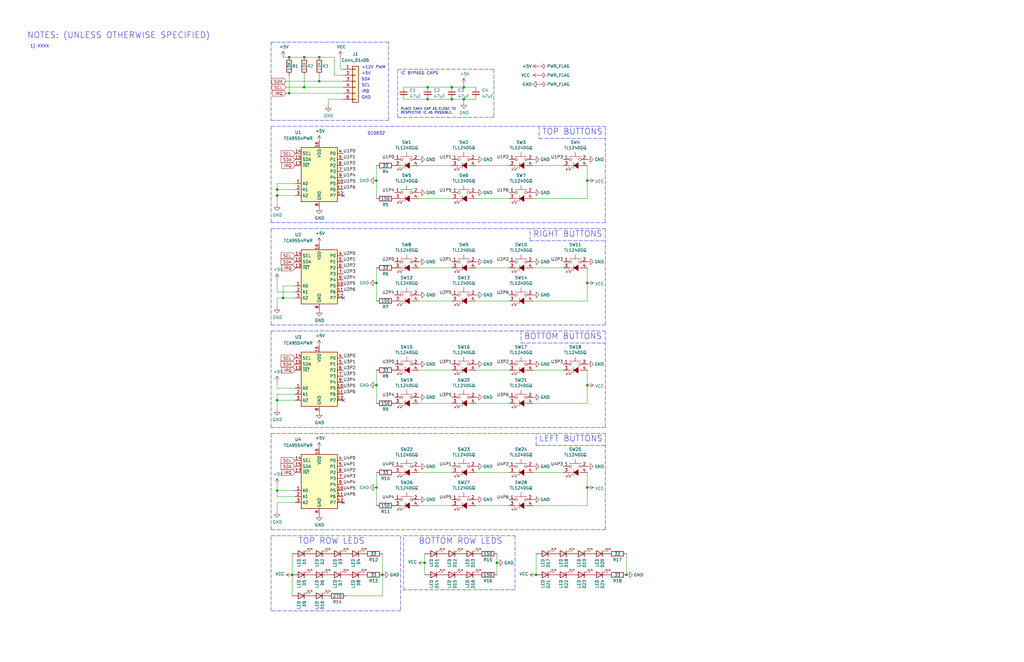
<source format=kicad_sch>
(kicad_sch (version 20211123) (generator eeschema)
  (paper "B")
  (title_block (title "AMPCD BUTTON BOARD") (date "2021-08-21") (rev "1") (company "OPENHORNET.COM") (comment 1 "CC BY-NC-SA"))
  (junction (at 190.5 41.91))
  (junction (at 190.5 36.83))
  (junction (at 209.55 237.49))
  (junction (at 195.58 36.83))
  (junction (at 121.92 24.13))
  (junction (at 195.58 41.91))
  (junction (at 116.84 207.01))
  (junction (at 247.65 205.74))
  (junction (at 158.75 205.74))
  (junction (at 158.75 76.2))
  (junction (at 128.27 36.83))
  (junction (at 180.34 36.83))
  (junction (at 158.75 162.56))
  (junction (at 180.34 41.91))
  (junction (at 161.29 242.57))
  (junction (at 179.07 237.49))
  (junction (at 158.75 119.38))
  (junction (at 134.62 34.29))
  (junction (at 264.16 242.57))
  (junction (at 116.84 168.91))
  (junction (at 128.27 24.13))
  (junction (at 226.06 242.57))
  (junction (at 116.84 80.01))
  (junction (at 119.38 125.73))
  (junction (at 121.92 39.37))
  (junction (at 247.65 119.38))
  (junction (at 134.62 24.13))
  (junction (at 247.65 76.2))
  (junction (at 123.19 242.57))
  (junction (at 116.84 82.55))
  (junction (at 247.65 162.56))
  (no_connect (at 144.78 168.91))
  (no_connect (at 144.78 125.73))
  (no_connect (at 144.78 82.55))
  (no_connect (at 144.78 212.09))
  (wire (pts (xy 176.53 199.39) (xy 190.5 199.39)))
  (wire (pts (xy 179.07 237.49) (xy 179.07 242.57)))
  (wire (pts (xy 190.5 170.18) (xy 176.53 170.18)))
  (wire (pts (xy 161.29 233.68) (xy 161.29 242.57)))
  (polyline (pts (xy 168.91 257.81) (xy 114.3 257.81)))
  (polyline (pts (xy 163.83 17.78) (xy 114.3 17.78)))
  (wire (pts (xy 116.84 125.73) (xy 116.84 129.54)))
  (polyline (pts (xy 170.18 248.92) (xy 170.18 226.06)))
  (wire (pts (xy 161.29 251.46) (xy 146.05 251.46)))
  (wire (pts (xy 124.46 166.37) (xy 116.84 166.37)))
  (polyline (pts (xy 217.17 226.06) (xy 217.17 248.92)))
  (wire (pts (xy 247.65 76.2) (xy 247.65 83.82)))
  (wire (pts (xy 158.75 205.74) (xy 158.75 213.36)))
  (wire (pts (xy 158.75 76.2) (xy 158.75 83.82)))
  (wire (pts (xy 195.58 36.83) (xy 200.66 36.83)))
  (wire (pts (xy 124.46 77.47) (xy 116.84 77.47)))
  (polyline (pts (xy 114.3 182.88) (xy 255.27 182.88)))
  (polyline (pts (xy 226.06 187.96) (xy 226.06 182.88)))
  (wire (pts (xy 134.62 34.29) (xy 120.65 34.29)))
  (wire (pts (xy 121.92 24.13) (xy 128.27 24.13)))
  (wire (pts (xy 200.66 156.21) (xy 214.63 156.21)))
  (polyline (pts (xy 114.3 223.52) (xy 114.3 182.88)))
  (wire (pts (xy 200.66 213.36) (xy 214.63 213.36)))
  (wire (pts (xy 224.79 170.18) (xy 247.65 170.18)))
  (wire (pts (xy 200.66 170.18) (xy 214.63 170.18)))
  (polyline (pts (xy 114.3 137.16) (xy 114.3 96.52)))
  (wire (pts (xy 224.79 113.03) (xy 237.49 113.03)))
  (wire (pts (xy 143.51 24.13) (xy 143.51 29.21)))
  (polyline (pts (xy 208.28 29.21) (xy 208.28 49.53)))
  (polyline (pts (xy 167.64 29.21) (xy 208.28 29.21)))
  (wire (pts (xy 190.5 213.36) (xy 176.53 213.36)))
  (wire (pts (xy 116.84 166.37) (xy 116.84 168.91)))
  (wire (pts (xy 124.46 82.55) (xy 116.84 82.55)))
  (wire (pts (xy 134.62 34.29) (xy 144.78 34.29)))
  (wire (pts (xy 116.84 212.09) (xy 116.84 215.9)))
  (wire (pts (xy 144.78 29.21) (xy 143.51 29.21)))
  (wire (pts (xy 247.65 170.18) (xy 247.65 162.56)))
  (wire (pts (xy 195.58 41.91) (xy 200.66 41.91)))
  (wire (pts (xy 134.62 34.29) (xy 134.62 31.75)))
  (wire (pts (xy 158.75 69.85) (xy 158.75 76.2)))
  (wire (pts (xy 119.38 24.13) (xy 121.92 24.13)))
  (wire (pts (xy 224.79 213.36) (xy 247.65 213.36)))
  (polyline (pts (xy 255.27 53.34) (xy 255.27 93.98)))
  (polyline (pts (xy 219.71 139.7) (xy 219.71 144.78)))
  (polyline (pts (xy 255.27 182.88) (xy 255.27 223.52)))
  (wire (pts (xy 121.92 39.37) (xy 144.78 39.37)))
  (wire (pts (xy 176.53 83.82) (xy 190.5 83.82)))
  (wire (pts (xy 247.65 69.85) (xy 247.65 76.2)))
  (polyline (pts (xy 114.3 180.34) (xy 114.3 139.7)))
  (wire (pts (xy 224.79 83.82) (xy 247.65 83.82)))
  (wire (pts (xy 124.46 80.01) (xy 116.84 80.01)))
  (wire (pts (xy 180.34 41.91) (xy 190.5 41.91)))
  (wire (pts (xy 123.19 242.57) (xy 123.19 251.46)))
  (polyline (pts (xy 255.27 96.52) (xy 255.27 137.16)))
  (wire (pts (xy 195.58 35.56) (xy 195.58 36.83)))
  (wire (pts (xy 200.66 199.39) (xy 214.63 199.39)))
  (wire (pts (xy 247.65 162.56) (xy 247.65 156.21)))
  (wire (pts (xy 176.53 156.21) (xy 190.5 156.21)))
  (polyline (pts (xy 114.3 96.52) (xy 255.27 96.52)))
  (wire (pts (xy 124.46 125.73) (xy 119.38 125.73)))
  (polyline (pts (xy 114.3 139.7) (xy 255.27 139.7)))
  (wire (pts (xy 224.79 69.85) (xy 237.49 69.85)))
  (wire (pts (xy 158.75 156.21) (xy 158.75 162.56)))
  (wire (pts (xy 237.49 199.39) (xy 224.79 199.39)))
  (polyline (pts (xy 170.18 226.06) (xy 217.17 226.06)))
  (wire (pts (xy 190.5 127) (xy 176.53 127)))
  (wire (pts (xy 124.46 163.83) (xy 116.84 163.83)))
  (wire (pts (xy 264.16 233.68) (xy 264.16 242.57)))
  (wire (pts (xy 121.92 31.75) (xy 121.92 39.37)))
  (polyline (pts (xy 167.64 49.53) (xy 167.64 29.21)))
  (polyline (pts (xy 223.52 101.6) (xy 223.52 96.52)))
  (wire (pts (xy 176.53 113.03) (xy 190.5 113.03)))
  (polyline (pts (xy 168.91 226.06) (xy 168.91 257.81)))
  (wire (pts (xy 247.65 113.03) (xy 247.65 119.38)))
  (wire (pts (xy 116.84 82.55) (xy 116.84 86.36)))
  (wire (pts (xy 128.27 36.83) (xy 144.78 36.83)))
  (polyline (pts (xy 208.28 49.53) (xy 167.64 49.53)))
  (polyline (pts (xy 219.71 144.78) (xy 255.27 144.78)))
  (wire (pts (xy 123.19 242.57) (xy 123.19 233.68)))
  (wire (pts (xy 124.46 168.91) (xy 116.84 168.91)))
  (polyline (pts (xy 255.27 93.98) (xy 114.3 93.98)))
  (wire (pts (xy 170.18 41.91) (xy 180.34 41.91)))
  (wire (pts (xy 190.5 36.83) (xy 195.58 36.83)))
  (polyline (pts (xy 114.3 180.34) (xy 255.27 180.34)))
  (polyline (pts (xy 255.27 139.7) (xy 255.27 180.34)))
  (wire (pts (xy 128.27 24.13) (xy 134.62 24.13)))
  (wire (pts (xy 128.27 31.75) (xy 128.27 36.83)))
  (wire (pts (xy 134.62 24.13) (xy 140.97 24.13)))
  (polyline (pts (xy 114.3 257.81) (xy 114.3 226.06)))
  (polyline (pts (xy 114.3 50.8) (xy 163.83 50.8)))
  (wire (pts (xy 214.63 127) (xy 200.66 127)))
  (wire (pts (xy 190.5 69.85) (xy 176.53 69.85)))
  (wire (pts (xy 124.46 123.19) (xy 116.84 123.19)))
  (wire (pts (xy 190.5 41.91) (xy 195.58 41.91)))
  (wire (pts (xy 121.92 39.37) (xy 120.65 39.37)))
  (polyline (pts (xy 226.06 187.96) (xy 255.27 187.96)))
  (polyline (pts (xy 114.3 137.16) (xy 255.27 137.16)))
  (wire (pts (xy 200.66 83.82) (xy 214.63 83.82)))
  (polyline (pts (xy 114.3 226.06) (xy 168.91 226.06)))
  (polyline (pts (xy 227.33 58.42) (xy 255.27 58.42)))
  (wire (pts (xy 116.84 163.83) (xy 116.84 161.29)))
  (wire (pts (xy 144.78 31.75) (xy 140.97 31.75)))
  (wire (pts (xy 158.75 119.38) (xy 158.75 127)))
  (wire (pts (xy 119.38 120.65) (xy 119.38 125.73)))
  (wire (pts (xy 224.79 127) (xy 247.65 127)))
  (wire (pts (xy 119.38 125.73) (xy 116.84 125.73)))
  (polyline (pts (xy 114.3 53.34) (xy 255.27 53.34)))
  (wire (pts (xy 116.84 168.91) (xy 116.84 172.72)))
  (polyline (pts (xy 114.3 17.78) (xy 114.3 50.8)))
  (wire (pts (xy 116.84 123.19) (xy 116.84 118.11)))
  (wire (pts (xy 224.79 156.21) (xy 237.49 156.21)))
  (wire (pts (xy 158.75 162.56) (xy 158.75 170.18)))
  (wire (pts (xy 209.55 233.68) (xy 209.55 237.49)))
  (wire (pts (xy 226.06 242.57) (xy 226.06 233.68)))
  (wire (pts (xy 247.65 205.74) (xy 247.65 199.39)))
  (wire (pts (xy 124.46 207.01) (xy 116.84 207.01)))
  (wire (pts (xy 128.27 36.83) (xy 120.65 36.83)))
  (wire (pts (xy 116.84 80.01) (xy 116.84 82.55)))
  (wire (pts (xy 124.46 120.65) (xy 119.38 120.65)))
  (wire (pts (xy 170.18 36.83) (xy 180.34 36.83)))
  (wire (pts (xy 200.66 113.03) (xy 214.63 113.03)))
  (wire (pts (xy 158.75 199.39) (xy 158.75 205.74)))
  (polyline (pts (xy 163.83 50.8) (xy 163.83 17.78)))
  (polyline (pts (xy 217.17 248.92) (xy 170.18 248.92)))
  (wire (pts (xy 138.43 41.91) (xy 144.78 41.91)))
  (polyline (pts (xy 223.52 101.6) (xy 255.27 101.6)))
  (wire (pts (xy 247.65 213.36) (xy 247.65 205.74)))
  (wire (pts (xy 124.46 209.55) (xy 116.84 209.55)))
  (wire (pts (xy 195.58 43.18) (xy 195.58 41.91)))
  (wire (pts (xy 140.97 24.13) (xy 140.97 31.75)))
  (polyline (pts (xy 227.33 53.34) (xy 227.33 58.42)))
  (wire (pts (xy 116.84 207.01) (xy 116.84 204.47)))
  (polyline (pts (xy 114.3 223.52) (xy 255.27 223.52)))
  (polyline (pts (xy 114.3 93.98) (xy 114.3 53.34)))
  (wire (pts (xy 247.65 119.38) (xy 247.65 127)))
  (wire (pts (xy 179.07 233.68) (xy 179.07 237.49)))
  (wire (pts (xy 161.29 242.57) (xy 161.29 251.46)))
  (wire (pts (xy 116.84 209.55) (xy 116.84 207.01)))
  (wire (pts (xy 138.43 41.91) (xy 138.43 44.45)))
  (wire (pts (xy 180.34 36.83) (xy 190.5 36.83)))
  (wire (pts (xy 158.75 113.03) (xy 158.75 119.38)))
  (wire (pts (xy 209.55 237.49) (xy 209.55 242.57)))
  (wire (pts (xy 124.46 212.09) (xy 116.84 212.09)))
  (wire (pts (xy 116.84 77.47) (xy 116.84 80.01)))
  (wire (pts (xy 214.63 69.85) (xy 200.66 69.85)))
  (text "TOP BUTTONS" (at 228.6 57.15 0) (effects (font (size 2.4892 2.4892)) (justify left bottom)))
  (text "SDA" (at 152.4 34.29 0) (effects (font (size 1.2446 1.2446)) (justify left bottom)))
  (text "IC BYPASS CAPS" (at 168.91 31.75 0) (effects (font (size 1.27 1.27)) (justify left bottom)))
  (text "1) XXXX" (at 12.7 20.32 0) (effects (font (size 1.27 1.27)) (justify left bottom)))
  (text "PLACE EACH CAP AS CLOSE TO \nRESPECTIVE IC AS POSSIBLE." (at 168.91 48.26 0) (effects (font (size 0.9906 0.9906)) (justify left bottom)))
  (text "+5V" (at 152.4 31.75 0) (effects (font (size 1.2446 1.2446)) (justify left bottom)))
  (text "NOTES: (UNLESS OTHERWISE SPECIFIED)" (at 11.43 16.51 0) (effects (font (size 2.54 2.54)) (justify left bottom)))
  (text "IRQ" (at 152.4 39.37 0) (effects (font (size 1.2446 1.2446)) (justify left bottom)))
  (text "TOP ROW LEDS" (at 125.73 229.87 0) (effects (font (size 2.4892 2.4892)) (justify left bottom)))
  (text "RIGHT BUTTONS" (at 224.79 100.33 0) (effects (font (size 2.4892 2.4892)) (justify left bottom)))
  (text "010032" (at 154.94 57.15 0) (effects (font (size 1.27 1.27)) (justify left bottom)))
  (text "BOTTOM BUTTONS" (at 220.98 143.51 0) (effects (font (size 2.4892 2.4892)) (justify left bottom)))
  (text "SCL" (at 152.4 36.83 0) (effects (font (size 1.2446 1.2446)) (justify left bottom)))
  (text "BOTTOM ROW LEDS" (at 176.53 229.87 0) (effects (font (size 2.4892 2.4892)) (justify left bottom)))
  (text "GND" (at 152.4 41.91 0) (effects (font (size 1.2446 1.2446)) (justify left bottom)))
  (text "+12V PWM" (at 152.4 29.21 0) (effects (font (size 1.2446 1.2446)) (justify left bottom)))
  (text "LEFT BUTTONS" (at 227.33 186.69 0) (effects (font (size 2.4892 2.4892)) (justify left bottom)))
  (label "U4P3" (at 237.49 196.85 180))
  (label "U2P6" (at 214.63 124.46 180))
  (label "U4P1" (at 190.5 196.85 180))
  (label "U2P5" (at 144.78 120.65 0))
  (label "U4P3" (at 144.78 201.93 0))
  (label "U4P6" (at 144.78 209.55 0))
  (label "U3P4" (at 144.78 161.29 0))
  (label "U2P4" (at 166.37 124.46 180))
  (label "U3P2" (at 214.63 153.67 180))
  (label "U2P1" (at 190.5 110.49 180))
  (label "U4P2" (at 214.63 196.85 180))
  (label "U1P6" (at 214.63 81.28 180))
  (label "U1P1" (at 190.5 67.31 180))
  (label "U1P3" (at 237.49 67.31 180))
  (label "U3P1" (at 144.78 153.67 0))
  (label "U2P0" (at 144.78 107.95 0))
  (label "U4P6" (at 214.63 210.82 180))
  (label "U1P2" (at 144.78 69.85 0))
  (label "U3P2" (at 144.78 156.21 0))
  (label "U1P0" (at 166.37 67.31 180))
  (label "U1P6" (at 144.78 80.01 0))
  (label "U4P4" (at 144.78 204.47 0))
  (label "U2P1" (at 144.78 110.49 0))
  (label "U4P0" (at 166.37 196.85 180))
  (label "U3P1" (at 190.5 153.67 180))
  (label "U1P2" (at 214.63 67.31 180))
  (label "U3P6" (at 144.78 166.37 0))
  (label "U3P5" (at 190.5 167.64 180))
  (label "U4P1" (at 144.78 196.85 0))
  (label "U1P4" (at 144.78 74.93 0))
  (label "U4P5" (at 144.78 207.01 0))
  (label "U3P6" (at 214.63 167.64 180))
  (label "U1P5" (at 144.78 77.47 0))
  (label "U2P5" (at 190.5 124.46 180))
  (label "U1P3" (at 144.78 72.39 0))
  (label "U1P4" (at 166.37 81.28 180))
  (label "U2P2" (at 144.78 113.03 0))
  (label "U4P4" (at 166.37 210.82 180))
  (label "U2P3" (at 237.49 110.49 180))
  (label "U4P5" (at 190.5 210.82 180))
  (label "U3P3" (at 144.78 158.75 0))
  (label "U1P1" (at 144.78 67.31 0))
  (label "U3P0" (at 166.37 153.67 180))
  (label "U4P0" (at 144.78 194.31 0))
  (label "U2P3" (at 144.78 115.57 0))
  (label "U3P4" (at 166.37 167.64 180))
  (label "U2P6" (at 144.78 123.19 0))
  (label "U1P5" (at 190.5 81.28 180))
  (label "U3P5" (at 144.78 163.83 0))
  (label "U1P0" (at 144.78 64.77 0))
  (label "U2P0" (at 166.37 110.49 180))
  (label "U3P3" (at 237.49 153.67 180))
  (label "U2P2" (at 214.63 110.49 180))
  (label "U4P2" (at 144.78 199.39 0))
  (label "U2P4" (at 144.78 118.11 0))
  (label "U3P0" (at 144.78 151.13 0))
  (global_label "SCL" (shape input) (at 124.46 107.95 180) (property "Intersheet References" "${INTERSHEET_REFS}" (effects hide)))
  (global_label "IRQ" (shape input) (at 124.46 199.39 180) (property "Intersheet References" "${INTERSHEET_REFS}" (effects hide)))
  (global_label "IRQ" (shape input) (at 124.46 156.21 180) (property "Intersheet References" "${INTERSHEET_REFS}" (effects hide)))
  (global_label "SCL" (shape input) (at 124.46 194.31 180) (property "Intersheet References" "${INTERSHEET_REFS}" (effects hide)))
  (global_label "SCL" (shape input) (at 120.65 36.83 180) (property "Intersheet References" "${INTERSHEET_REFS}" (effects hide)))
  (global_label "SDA" (shape input) (at 124.46 153.67 180) (property "Intersheet References" "${INTERSHEET_REFS}" (effects hide)))
  (global_label "SDA" (shape input) (at 124.46 196.85 180) (property "Intersheet References" "${INTERSHEET_REFS}" (effects hide)))
  (global_label "SCL" (shape input) (at 124.46 151.13 180) (property "Intersheet References" "${INTERSHEET_REFS}" (effects hide)))
  (global_label "SDA" (shape input) (at 120.65 34.29 180) (property "Intersheet References" "${INTERSHEET_REFS}" (effects hide)))
  (global_label "SCL" (shape input) (at 124.46 64.77 180) (property "Intersheet References" "${INTERSHEET_REFS}" (effects hide)))
  (global_label "IRQ" (shape input) (at 124.46 113.03 180) (property "Intersheet References" "${INTERSHEET_REFS}" (effects hide)))
  (global_label "IRQ" (shape input) (at 120.65 39.37 180) (property "Intersheet References" "${INTERSHEET_REFS}" (effects hide)))
  (global_label "SDA" (shape input) (at 124.46 110.49 180) (property "Intersheet References" "${INTERSHEET_REFS}" (effects hide)))
  (global_label "SDA" (shape input) (at 124.46 67.31 180) (property "Intersheet References" "${INTERSHEET_REFS}" (effects hide)))
  (global_label "IRQ" (shape input) (at 124.46 69.85 180) (property "Intersheet References" "${INTERSHEET_REFS}" (effects hide)))
  (symbol (lib_id "Interface_Expansion:TCA9554PW") (at 134.62 72.39 0) (unit 1)
    (property "Reference" "U1" (at 125.73 55.88 0))
    (property "Value" "TCA9554PWR" (at 125.73 58.42 0))
    (property "Footprint" "Package_SO:TSSOP-16_4.4x5mm_P0.65mm" (effects hide))
    (property "Datasheet" "https://datasheet.lcsc.com/szlcsc/2001050532_Texas-Instruments-TCA9554PWR_C477924.pdf" (effects hide))
    (property "LCSC" "C477924" (effects hide))
  )
  (symbol (lib_id "power:GND") (at 134.62 87.63 0) (unit 1)
    (property "Reference" "#PWR015" (effects hide))
    (property "Value" "GND" (at 134.747 92.0242 0))
  )
  (symbol (lib_id "power:+5V") (at 134.62 59.69 0) (unit 1)
    (property "Reference" "#PWR06" (effects hide))
    (property "Value" "+5V" (at 135.001 55.2958 0))
  )
  (symbol (lib_id "power:GND") (at 116.84 86.36 0) (unit 1)
    (property "Reference" "#PWR014" (effects hide))
    (property "Value" "GND" (at 116.967 90.7542 0))
  )
  (symbol (lib_id "power:GND") (at 134.62 130.81 0) (unit 1)
    (property "Reference" "#PWR026" (effects hide))
    (property "Value" "GND" (at 134.747 135.2042 0))
  )
  (symbol (lib_id "power:+5V") (at 134.62 102.87 0) (unit 1)
    (property "Reference" "#PWR016" (effects hide))
    (property "Value" "+5V" (at 135.001 98.4758 0))
  )
  (symbol (lib_id "power:+5V") (at 116.84 118.11 0) (unit 1)
    (property "Reference" "#PWR020" (effects hide))
    (property "Value" "+5V" (at 117.221 113.7158 0))
  )
  (symbol (lib_id "power:GND") (at 116.84 129.54 0) (unit 1)
    (property "Reference" "#PWR025" (effects hide))
    (property "Value" "GND" (at 116.967 133.9342 0))
  )
  (symbol (lib_id "power:GND") (at 134.62 173.99 0) (unit 1)
    (property "Reference" "#PWR037" (effects hide))
    (property "Value" "GND" (at 134.747 178.3842 0))
  )
  (symbol (lib_id "power:+5V") (at 134.62 146.05 0) (unit 1)
    (property "Reference" "#PWR027" (effects hide))
    (property "Value" "+5V" (at 135.001 141.6558 0))
  )
  (symbol (lib_id "power:+5V") (at 116.84 161.29 0) (unit 1)
    (property "Reference" "#PWR031" (effects hide))
    (property "Value" "+5V" (at 117.221 156.8958 0))
  )
  (symbol (lib_id "power:GND") (at 116.84 172.72 0) (unit 1)
    (property "Reference" "#PWR036" (effects hide))
    (property "Value" "GND" (at 116.967 177.1142 0))
  )
  (symbol (lib_id "power:GND") (at 134.62 217.17 0) (unit 1)
    (property "Reference" "#PWR048" (effects hide))
    (property "Value" "GND" (at 134.747 221.5642 0))
  )
  (symbol (lib_id "power:+5V") (at 134.62 189.23 0) (unit 1)
    (property "Reference" "#PWR038" (effects hide))
    (property "Value" "+5V" (at 135.001 184.8358 0))
  )
  (symbol (lib_id "power:+5V") (at 116.84 204.47 0) (unit 1)
    (property "Reference" "#PWR042" (effects hide))
    (property "Value" "+5V" (at 117.221 200.0758 0))
  )
  (symbol (lib_id "power:GND") (at 116.84 215.9 0) (unit 1)
    (property "Reference" "#PWR047" (effects hide))
    (property "Value" "GND" (at 116.967 220.2942 0))
  )
  (symbol (lib_id "Device:C_Small") (at 170.18 39.37 0) (unit 1)
    (property "Reference" "C1" (at 172.72 38.1 0) (effects (justify left)))
    (property "Value" "47uF" (at 172.72 40.64 0) (effects (justify left)))
    (property "Footprint" "Capacitor_SMD:C_1206_3216Metric" (effects hide))
    (property "Datasheet" "https://datasheet.lcsc.com/szlcsc/Samsung-Electro-Mechanics-CL31A476MPHNNNE_C96123.pdf" (effects hide))
    (property "PN" "CL31A476MPHNNNE" (effects hide))
    (property "LCSC" "C96123" (effects hide))
  )
  (symbol (lib_id "Interface_Expansion:TCA9554PW") (at 134.62 115.57 0) (unit 1)
    (property "Reference" "U2" (at 125.73 99.06 0))
    (property "Value" "TCA9554PWR" (at 125.73 101.6 0))
    (property "Footprint" "Package_SO:TSSOP-16_4.4x5mm_P0.65mm" (effects hide))
    (property "Datasheet" "https://datasheet.lcsc.com/szlcsc/2001050532_Texas-Instruments-TCA9554PWR_C477924.pdf" (effects hide))
    (property "LCSC" "C477924" (effects hide))
  )
  (symbol (lib_id "Interface_Expansion:TCA9554PW") (at 134.62 201.93 0) (unit 1)
    (property "Reference" "U4" (at 125.73 185.42 0))
    (property "Value" "TCA9554PWR" (at 125.73 187.96 0))
    (property "Footprint" "Package_SO:TSSOP-16_4.4x5mm_P0.65mm" (effects hide))
    (property "Datasheet" "https://datasheet.lcsc.com/szlcsc/2001050532_Texas-Instruments-TCA9554PWR_C477924.pdf" (effects hide))
    (property "LCSC" "C477924" (effects hide))
  )
  (symbol (lib_id "Interface_Expansion:TCA9554PW") (at 134.62 158.75 0) (unit 1)
    (property "Reference" "U3" (at 125.73 142.24 0))
    (property "Value" "TCA9554PWR" (at 125.73 144.78 0))
    (property "Footprint" "Package_SO:TSSOP-16_4.4x5mm_P0.65mm" (effects hide))
    (property "Datasheet" "https://datasheet.lcsc.com/szlcsc/2001050532_Texas-Instruments-TCA9554PWR_C477924.pdf" (effects hide))
    (property "LCSC" "C477924" (effects hide))
  )
  (symbol (lib_id "power:GND") (at 195.58 43.18 0) (unit 1)
    (property "Reference" "#PWR04" (effects hide))
    (property "Value" "GND" (at 195.707 47.5742 0))
  )
  (symbol (lib_id "power:+5V") (at 195.58 35.56 0) (unit 1)
    (property "Reference" "#PWR03" (effects hide))
    (property "Value" "+5V" (at 195.961 31.1658 0))
  )
  (symbol (lib_id "Switch:SW_Push_LED") (at 171.45 69.85 0) (unit 1)
    (property "Reference" "SW1" (at 171.45 60.071 0))
    (property "Value" "TL1240GQ" (at 171.45 62.3824 0))
    (property "Footprint" "KiCAD Libraries:TL1240GQ" (effects hide))
    (property "Datasheet" "http://spec_sheets.e-switch.com/specs/P010362.pdf" (effects hide))
    (property "PN" "TL1240GQ" (effects hide))
    (property "ALT PN" "LS601-CG" (effects hide))
    (property "ALT Datasheet" "https://www.alibaba.com/product-detail/6mm-momentary-dip-6x6-illuminated-tact_60755685240.html?spm=a2700.wholesale.deiletai6.3.3615ec45cdCdkr" (effects hide))
  )
  (symbol (lib_id "Switch:SW_Push_LED") (at 195.58 69.85 0) (unit 1)
    (property "Reference" "SW2" (at 195.58 60.071 0))
    (property "Value" "TL1240GQ" (at 195.58 62.3824 0))
    (property "Footprint" "KiCAD Libraries:TL1240GQ" (effects hide))
    (property "Datasheet" "http://spec_sheets.e-switch.com/specs/P010362.pdf" (effects hide))
    (property "PN" "TL1240GQ" (effects hide))
    (property "ALT PN" "LS601-CG" (effects hide))
    (property "ALT Datasheet" "https://www.alibaba.com/product-detail/6mm-momentary-dip-6x6-illuminated-tact_60755685240.html?spm=a2700.wholesale.deiletai6.3.3615ec45cdCdkr" (effects hide))
  )
  (symbol (lib_id "Switch:SW_Push_LED") (at 219.71 69.85 0) (unit 1)
    (property "Reference" "SW3" (at 219.71 60.071 0))
    (property "Value" "TL1240GQ" (at 219.71 62.3824 0))
    (property "Footprint" "KiCAD Libraries:TL1240GQ" (effects hide))
    (property "Datasheet" "http://spec_sheets.e-switch.com/specs/P010362.pdf" (effects hide))
    (property "PN" "TL1240GQ" (effects hide))
    (property "ALT PN" "LS601-CG" (effects hide))
    (property "ALT Datasheet" "https://www.alibaba.com/product-detail/6mm-momentary-dip-6x6-illuminated-tact_60755685240.html?spm=a2700.wholesale.deiletai6.3.3615ec45cdCdkr" (effects hide))
  )
  (symbol (lib_id "Switch:SW_Push_LED") (at 242.57 69.85 0) (unit 1)
    (property "Reference" "SW4" (at 242.57 60.071 0))
    (property "Value" "TL1240GQ" (at 242.57 62.3824 0))
    (property "Footprint" "KiCAD Libraries:TL1240GQ" (effects hide))
    (property "Datasheet" "http://spec_sheets.e-switch.com/specs/P010362.pdf" (effects hide))
    (property "PN" "TL1240GQ" (effects hide))
    (property "ALT PN" "LS601-CG" (effects hide))
    (property "ALT Datasheet" "https://www.alibaba.com/product-detail/6mm-momentary-dip-6x6-illuminated-tact_60755685240.html?spm=a2700.wholesale.deiletai6.3.3615ec45cdCdkr" (effects hide))
  )
  (symbol (lib_id "power:GND") (at 176.53 67.31 90) (unit 1)
    (property "Reference" "#PWR07" (effects hide))
    (property "Value" "GND" (at 181.61 67.31 90))
  )
  (symbol (lib_id "power:GND") (at 200.66 67.31 90) (unit 1)
    (property "Reference" "#PWR08" (effects hide))
    (property "Value" "GND" (at 205.74 67.31 90))
  )
  (symbol (lib_id "power:GND") (at 224.79 67.31 90) (unit 1)
    (property "Reference" "#PWR09" (effects hide))
    (property "Value" "GND" (at 229.87 67.31 90))
  )
  (symbol (lib_id "power:GND") (at 247.65 67.31 90) (unit 1)
    (property "Reference" "#PWR012" (effects hide))
    (property "Value" "GND" (at 252.73 67.31 90))
  )
  (symbol (lib_id "Switch:SW_Push_LED") (at 171.45 83.82 0) (unit 1)
    (property "Reference" "SW5" (at 171.45 74.041 0))
    (property "Value" "TL1240GQ" (at 171.45 76.3524 0))
    (property "Footprint" "KiCAD Libraries:TL1240GQ" (effects hide))
    (property "Datasheet" "http://spec_sheets.e-switch.com/specs/P010362.pdf" (effects hide))
    (property "PN" "TL1240GQ" (effects hide))
    (property "ALT PN" "LS601-CG" (effects hide))
    (property "ALT Datasheet" "https://www.alibaba.com/product-detail/6mm-momentary-dip-6x6-illuminated-tact_60755685240.html?spm=a2700.wholesale.deiletai6.3.3615ec45cdCdkr" (effects hide))
  )
  (symbol (lib_id "power:GND") (at 176.53 81.28 90) (unit 1)
    (property "Reference" "#PWR013" (effects hide))
    (property "Value" "GND" (at 181.61 81.28 90))
  )
  (symbol (lib_id "power:VCC") (at 247.65 76.2 270) (unit 1)
    (property "Reference" "#PWR011" (effects hide))
    (property "Value" "VCC" (at 250.9012 76.581 90) (effects (justify left)))
  )
  (symbol (lib_id "Device:R") (at 162.56 69.85 90) (unit 1)
    (property "Reference" "R4" (at 162.56 72.39 90))
    (property "Value" "33" (at 162.56 69.85 90))
    (property "Footprint" "Resistor_SMD:R_0402_1005Metric" (effects hide))
    (property "Datasheet" "https://datasheet.lcsc.com/szlcsc/Uniroyal-Elec-0402WGF2001TCE_C4109.pdf" (effects hide))
    (property "LCSC" "C25105" (effects hide))
  )
  (symbol (lib_id "power:GND") (at 158.75 119.38 270) (unit 1)
    (property "Reference" "#PWR021" (effects hide))
    (property "Value" "GND" (at 153.67 119.38 90))
  )
  (symbol (lib_id "power:VCC") (at 247.65 119.38 270) (unit 1)
    (property "Reference" "#PWR022" (effects hide))
    (property "Value" "VCC" (at 250.9012 119.761 90) (effects (justify left)))
  )
  (symbol (lib_id "power:GND") (at 158.75 162.56 270) (unit 1)
    (property "Reference" "#PWR032" (effects hide))
    (property "Value" "GND" (at 153.67 162.56 90))
  )
  (symbol (lib_id "power:VCC") (at 247.65 162.56 270) (unit 1)
    (property "Reference" "#PWR033" (effects hide))
    (property "Value" "VCC" (at 250.9012 162.941 90) (effects (justify left)))
  )
  (symbol (lib_id "power:VCC") (at 247.65 205.74 270) (unit 1)
    (property "Reference" "#PWR044" (effects hide))
    (property "Value" "VCC" (at 250.9012 206.121 90) (effects (justify left)))
  )
  (symbol (lib_id "power:GND") (at 158.75 205.74 270) (unit 1)
    (property "Reference" "#PWR043" (effects hide))
    (property "Value" "GND" (at 153.67 205.74 90))
  )
  (symbol (lib_id "Device:LED") (at 182.88 233.68 180) (unit 1)
    (property "Reference" "D11" (at 184.2262 235.6612 90) (effects (justify left)))
    (property "Value" "LED" (at 181.9148 235.6612 90) (effects (justify left)))
    (property "Footprint" "LED_SMD:LED_0402_1005Metric" (effects hide))
    (property "Datasheet" "https://datasheet.lcsc.com/szlcsc/Foshan-NationStar-Optoelectronics-FC-F1005UGK-520M5_C130723.pdf" (effects hide))
    (property "LCSC" "C130723" (effects hide))
    (property "PN" "FC-F1005UGK-520M5" (effects hide))
  )
  (symbol (lib_id "Device:LED") (at 190.5 233.68 180) (unit 1)
    (property "Reference" "D12" (at 191.8462 235.6612 90) (effects (justify left)))
    (property "Value" "LED" (at 189.5348 235.6612 90) (effects (justify left)))
    (property "Footprint" "LED_SMD:LED_0402_1005Metric" (effects hide))
    (property "Datasheet" "https://datasheet.lcsc.com/szlcsc/Foshan-NationStar-Optoelectronics-FC-F1005UGK-520M5_C130723.pdf" (effects hide))
    (property "LCSC" "C130723" (effects hide))
    (property "PN" "FC-F1005UGK-520M5" (effects hide))
  )
  (symbol (lib_id "Device:LED") (at 198.12 233.68 180) (unit 1)
    (property "Reference" "D13" (at 199.4662 235.6612 90) (effects (justify left)))
    (property "Value" "LED" (at 197.1548 235.6612 90) (effects (justify left)))
    (property "Footprint" "LED_SMD:LED_0402_1005Metric" (effects hide))
    (property "Datasheet" "https://datasheet.lcsc.com/szlcsc/Foshan-NationStar-Optoelectronics-FC-F1005UGK-520M5_C130723.pdf" (effects hide))
    (property "LCSC" "C130723" (effects hide))
    (property "PN" "FC-F1005UGK-520M5" (effects hide))
  )
  (symbol (lib_id "Device:R") (at 205.74 233.68 90) (unit 1)
    (property "Reference" "R15" (at 205.74 236.22 90))
    (property "Value" "150" (at 205.74 233.68 90))
    (property "Footprint" "Resistor_SMD:R_0402_1005Metric" (effects hide))
    (property "Datasheet" "https://datasheet.lcsc.com/szlcsc/Uniroyal-Elec-0402WGF1500TCE_C25082.pdf" (effects hide))
    (property "LCSC" "C25082" (effects hide))
  )
  (symbol (lib_id "Device:LED") (at 182.88 242.57 180) (unit 1)
    (property "Reference" "D14" (at 184.2262 244.5512 90) (effects (justify left)))
    (property "Value" "LED" (at 181.9148 244.5512 90) (effects (justify left)))
    (property "Footprint" "LED_SMD:LED_0402_1005Metric" (effects hide))
    (property "Datasheet" "https://datasheet.lcsc.com/szlcsc/Foshan-NationStar-Optoelectronics-FC-F1005UGK-520M5_C130723.pdf" (effects hide))
    (property "LCSC" "C130723" (effects hide))
    (property "PN" "FC-F1005UGK-520M5" (effects hide))
  )
  (symbol (lib_id "Device:LED") (at 190.5 242.57 180) (unit 1)
    (property "Reference" "D15" (at 191.8462 244.5512 90) (effects (justify left)))
    (property "Value" "LED" (at 189.5348 244.5512 90) (effects (justify left)))
    (property "Footprint" "LED_SMD:LED_0402_1005Metric" (effects hide))
    (property "Datasheet" "https://datasheet.lcsc.com/szlcsc/Foshan-NationStar-Optoelectronics-FC-F1005UGK-520M5_C130723.pdf" (effects hide))
    (property "LCSC" "C130723" (effects hide))
    (property "PN" "FC-F1005UGK-520M5" (effects hide))
  )
  (symbol (lib_id "Device:LED") (at 198.12 242.57 180) (unit 1)
    (property "Reference" "D16" (at 199.4662 244.5512 90) (effects (justify left)))
    (property "Value" "LED" (at 197.1548 244.5512 90) (effects (justify left)))
    (property "Footprint" "LED_SMD:LED_0402_1005Metric" (effects hide))
    (property "Datasheet" "https://datasheet.lcsc.com/szlcsc/Foshan-NationStar-Optoelectronics-FC-F1005UGK-520M5_C130723.pdf" (effects hide))
    (property "LCSC" "C130723" (effects hide))
    (property "PN" "FC-F1005UGK-520M5" (effects hide))
  )
  (symbol (lib_id "Device:R") (at 205.74 242.57 90) (unit 1)
    (property "Reference" "R16" (at 205.74 245.11 90))
    (property "Value" "150" (at 205.74 242.57 90))
    (property "Footprint" "Resistor_SMD:R_0402_1005Metric" (effects hide))
    (property "Datasheet" "https://datasheet.lcsc.com/szlcsc/Uniroyal-Elec-0402WGF1500TCE_C25082.pdf" (effects hide))
    (property "LCSC" "C25082" (effects hide))
  )
  (symbol (lib_id "power:GND") (at 209.55 237.49 90) (unit 1)
    (property "Reference" "#PWR052" (effects hide))
    (property "Value" "GND" (at 214.63 237.49 90))
  )
  (symbol (lib_id "power:VCC") (at 179.07 237.49 90) (unit 1)
    (property "Reference" "#PWR051" (effects hide))
    (property "Value" "VCC" (at 175.8442 237.109 90) (effects (justify left)))
  )
  (symbol (lib_id "Device:LED") (at 127 233.68 180) (unit 1)
    (property "Reference" "D1" (at 128.3462 235.6612 90) (effects (justify left)))
    (property "Value" "LED" (at 126.0348 235.6612 90) (effects (justify left)))
    (property "Footprint" "LED_SMD:LED_0402_1005Metric" (effects hide))
    (property "Datasheet" "https://datasheet.lcsc.com/szlcsc/Foshan-NationStar-Optoelectronics-FC-F1005UGK-520M5_C130723.pdf" (effects hide))
    (property "LCSC" "C130723" (effects hide))
    (property "PN" "FC-F1005UGK-520M5" (effects hide))
  )
  (symbol (lib_id "Device:LED") (at 134.62 233.68 180) (unit 1)
    (property "Reference" "D2" (at 135.9662 235.6612 90) (effects (justify left)))
    (property "Value" "LED" (at 133.6548 235.6612 90) (effects (justify left)))
    (property "Footprint" "LED_SMD:LED_0402_1005Metric" (effects hide))
    (property "Datasheet" "https://datasheet.lcsc.com/szlcsc/Foshan-NationStar-Optoelectronics-FC-F1005UGK-520M5_C130723.pdf" (effects hide))
    (property "LCSC" "C130723" (effects hide))
    (property "PN" "FC-F1005UGK-520M5" (effects hide))
  )
  (symbol (lib_id "Device:LED") (at 142.24 233.68 180) (unit 1)
    (property "Reference" "D3" (at 143.5862 235.6612 90) (effects (justify left)))
    (property "Value" "LED" (at 141.2748 235.6612 90) (effects (justify left)))
    (property "Footprint" "LED_SMD:LED_0402_1005Metric" (effects hide))
    (property "Datasheet" "https://datasheet.lcsc.com/szlcsc/Foshan-NationStar-Optoelectronics-FC-F1005UGK-520M5_C130723.pdf" (effects hide))
    (property "LCSC" "C130723" (effects hide))
    (property "PN" "FC-F1005UGK-520M5" (effects hide))
  )
  (symbol (lib_id "Device:LED") (at 149.86 233.68 180) (unit 1)
    (property "Reference" "D4" (at 151.2062 235.6612 90) (effects (justify left)))
    (property "Value" "LED" (at 148.8948 235.6612 90) (effects (justify left)))
    (property "Footprint" "LED_SMD:LED_0402_1005Metric" (effects hide))
    (property "Datasheet" "https://datasheet.lcsc.com/szlcsc/Foshan-NationStar-Optoelectronics-FC-F1005UGK-520M5_C130723.pdf" (effects hide))
    (property "LCSC" "C130723" (effects hide))
    (property "PN" "FC-F1005UGK-520M5" (effects hide))
  )
  (symbol (lib_id "Device:R") (at 157.48 233.68 90) (unit 1)
    (property "Reference" "R12" (at 157.48 236.22 90))
    (property "Value" "33" (at 157.48 233.68 90))
    (property "Footprint" "Resistor_SMD:R_0402_1005Metric" (effects hide))
    (property "Datasheet" "https://datasheet.lcsc.com/szlcsc/Uniroyal-Elec-0402WGF2001TCE_C4109.pdf" (effects hide))
    (property "LCSC" "C25105" (effects hide))
  )
  (symbol (lib_id "Device:LED") (at 127 242.57 180) (unit 1)
    (property "Reference" "D5" (at 128.3462 244.5512 90) (effects (justify left)))
    (property "Value" "LED" (at 126.0348 244.5512 90) (effects (justify left)))
    (property "Footprint" "LED_SMD:LED_0402_1005Metric" (effects hide))
    (property "Datasheet" "https://datasheet.lcsc.com/szlcsc/Foshan-NationStar-Optoelectronics-FC-F1005UGK-520M5_C130723.pdf" (effects hide))
    (property "LCSC" "C130723" (effects hide))
    (property "PN" "FC-F1005UGK-520M5" (effects hide))
  )
  (symbol (lib_id "Device:LED") (at 134.62 242.57 180) (unit 1)
    (property "Reference" "D6" (at 135.9662 244.5512 90) (effects (justify left)))
    (property "Value" "LED" (at 133.6548 244.5512 90) (effects (justify left)))
    (property "Footprint" "LED_SMD:LED_0402_1005Metric" (effects hide))
    (property "Datasheet" "https://datasheet.lcsc.com/szlcsc/Foshan-NationStar-Optoelectronics-FC-F1005UGK-520M5_C130723.pdf" (effects hide))
    (property "LCSC" "C130723" (effects hide))
    (property "PN" "FC-F1005UGK-520M5" (effects hide))
  )
  (symbol (lib_id "Device:LED") (at 142.24 242.57 180) (unit 1)
    (property "Reference" "D7" (at 143.5862 244.5512 90) (effects (justify left)))
    (property "Value" "LED" (at 141.2748 244.5512 90) (effects (justify left)))
    (property "Footprint" "LED_SMD:LED_0402_1005Metric" (effects hide))
    (property "Datasheet" "https://datasheet.lcsc.com/szlcsc/Foshan-NationStar-Optoelectronics-FC-F1005UGK-520M5_C130723.pdf" (effects hide))
    (property "LCSC" "C130723" (effects hide))
    (property "PN" "FC-F1005UGK-520M5" (effects hide))
  )
  (symbol (lib_id "Device:LED") (at 149.86 242.57 180) (unit 1)
    (property "Reference" "D8" (at 151.2062 244.5512 90) (effects (justify left)))
    (property "Value" "LED" (at 148.8948 244.5512 90) (effects (justify left)))
    (property "Footprint" "LED_SMD:LED_0402_1005Metric" (effects hide))
    (property "Datasheet" "https://datasheet.lcsc.com/szlcsc/Foshan-NationStar-Optoelectronics-FC-F1005UGK-520M5_C130723.pdf" (effects hide))
    (property "LCSC" "C130723" (effects hide))
    (property "PN" "FC-F1005UGK-520M5" (effects hide))
  )
  (symbol (lib_id "Device:R") (at 157.48 242.57 90) (unit 1)
    (property "Reference" "R13" (at 157.48 245.11 90))
    (property "Value" "33" (at 157.48 242.57 90))
    (property "Footprint" "Resistor_SMD:R_0402_1005Metric" (effects hide))
    (property "Datasheet" "https://datasheet.lcsc.com/szlcsc/Uniroyal-Elec-0402WGF2001TCE_C4109.pdf" (effects hide))
    (property "LCSC" "C25105" (effects hide))
  )
  (symbol (lib_id "Device:LED") (at 127 251.46 180) (unit 1)
    (property "Reference" "D9" (at 128.3462 253.4412 90) (effects (justify left)))
    (property "Value" "LED" (at 126.0348 253.4412 90) (effects (justify left)))
    (property "Footprint" "LED_SMD:LED_0402_1005Metric" (effects hide))
    (property "Datasheet" "https://datasheet.lcsc.com/szlcsc/Foshan-NationStar-Optoelectronics-FC-F1005UGK-520M5_C130723.pdf" (effects hide))
    (property "LCSC" "C130723" (effects hide))
    (property "PN" "FC-F1005UGK-520M5" (effects hide))
  )
  (symbol (lib_id "Device:LED") (at 134.62 251.46 180) (unit 1)
    (property "Reference" "D10" (at 135.9662 253.4412 90) (effects (justify left)))
    (property "Value" "LED" (at 133.6548 253.4412 90) (effects (justify left)))
    (property "Footprint" "LED_SMD:LED_0402_1005Metric" (effects hide))
    (property "Datasheet" "https://datasheet.lcsc.com/szlcsc/Foshan-NationStar-Optoelectronics-FC-F1005UGK-520M5_C130723.pdf" (effects hide))
    (property "LCSC" "C130723" (effects hide))
    (property "PN" "FC-F1005UGK-520M5" (effects hide))
  )
  (symbol (lib_id "Device:R") (at 142.24 251.46 90) (unit 1)
    (property "Reference" "R14" (at 142.24 254 90))
    (property "Value" "270" (at 142.24 251.46 90))
    (property "Footprint" "Resistor_SMD:R_0402_1005Metric" (effects hide))
    (property "Datasheet" "https://datasheet.lcsc.com/szlcsc/Uniroyal-Elec-0402WGF2700TCE_C25099.pdf" (effects hide))
    (property "LCSC" "C25099" (effects hide))
  )
  (symbol (lib_id "power:VCC") (at 123.19 242.57 90) (unit 1)
    (property "Reference" "#PWR049" (effects hide))
    (property "Value" "VCC" (at 119.9642 242.189 90) (effects (justify left)))
  )
  (symbol (lib_id "power:GND") (at 161.29 242.57 90) (unit 1)
    (property "Reference" "#PWR050" (effects hide))
    (property "Value" "GND" (at 166.37 242.57 90))
  )
  (symbol (lib_id "Connector_Generic:Conn_01x06") (at 149.86 34.29 0) (unit 1)
    (property "Reference" "J1" (at 149.86 22.86 0))
    (property "Value" "Conn_01x06" (at 149.86 25.4 0))
    (property "Footprint" "Connector_PinHeader_2.54mm:PinHeader_1x06_P2.54mm_Horizontal" (effects hide))
  )
  (symbol (lib_id "power:GND") (at 138.43 44.45 0) (unit 1)
    (property "Reference" "#PWR05" (effects hide))
    (property "Value" "GND" (at 138.557 48.8442 0))
  )
  (symbol (lib_id "power:+5V") (at 119.38 24.13 0) (unit 1)
    (property "Reference" "#PWR01" (effects hide))
    (property "Value" "+5V" (at 119.761 19.7358 0))
  )
  (symbol (lib_id "Device:R") (at 121.92 27.94 0) (unit 1)
    (property "Reference" "R1" (at 123.19 27.94 0) (effects (justify left)))
    (property "Value" "10K" (at 121.92 27.94 90))
    (property "Footprint" "Resistor_SMD:R_0603_1608Metric" (effects hide))
    (property "Datasheet" "https://datasheet.lcsc.com/szlcsc/1811062009_UNI-ROYAL-Uniroyal-Elec-0603WAF1002T5E_C25804.pdf" (effects hide))
    (property "LCSC" "C25804" (effects hide))
  )
  (symbol (lib_id "power:VCC") (at 143.51 24.13 0) (unit 1)
    (property "Reference" "#PWR02" (effects hide))
    (property "Value" "VCC" (at 143.891 19.7358 0))
  )
  (symbol (lib_id "Device:R") (at 128.27 27.94 0) (unit 1)
    (property "Reference" "R2" (at 129.54 27.94 0) (effects (justify left)))
    (property "Value" "10K" (at 128.27 27.94 90))
    (property "Footprint" "Resistor_SMD:R_0603_1608Metric" (effects hide))
    (property "Datasheet" "https://datasheet.lcsc.com/szlcsc/1811062009_UNI-ROYAL-Uniroyal-Elec-0603WAF1002T5E_C25804.pdf" (effects hide))
    (property "LCSC" "C25804" (effects hide))
  )
  (symbol (lib_id "Device:R") (at 134.62 27.94 0) (unit 1)
    (property "Reference" "R3" (at 135.89 27.94 0) (effects (justify left)))
    (property "Value" "10K" (at 134.62 27.94 90))
    (property "Footprint" "Resistor_SMD:R_0603_1608Metric" (effects hide))
    (property "Datasheet" "https://datasheet.lcsc.com/szlcsc/1811062009_UNI-ROYAL-Uniroyal-Elec-0603WAF1002T5E_C25804.pdf" (effects hide))
    (property "LCSC" "C25804" (effects hide))
  )
  (symbol (lib_id "Device:C_Small") (at 180.34 39.37 0) (unit 1)
    (property "Reference" "C2" (at 182.88 38.1 0) (effects (justify left)))
    (property "Value" "47uF" (at 182.88 40.64 0) (effects (justify left)))
    (property "Footprint" "Capacitor_SMD:C_1206_3216Metric" (effects hide))
    (property "Datasheet" "https://datasheet.lcsc.com/szlcsc/Samsung-Electro-Mechanics-CL31A476MPHNNNE_C96123.pdf" (effects hide))
    (property "PN" "CL31A476MPHNNNE" (effects hide))
    (property "LCSC" "C96123" (effects hide))
  )
  (symbol (lib_id "Device:C_Small") (at 190.5 39.37 0) (unit 1)
    (property "Reference" "C3" (at 193.04 38.1 0) (effects (justify left)))
    (property "Value" "47uF" (at 193.04 40.64 0) (effects (justify left)))
    (property "Footprint" "Capacitor_SMD:C_1206_3216Metric" (effects hide))
    (property "Datasheet" "https://datasheet.lcsc.com/szlcsc/Samsung-Electro-Mechanics-CL31A476MPHNNNE_C96123.pdf" (effects hide))
    (property "PN" "CL31A476MPHNNNE" (effects hide))
    (property "LCSC" "C96123" (effects hide))
  )
  (symbol (lib_id "Device:C_Small") (at 200.66 39.37 0) (unit 1)
    (property "Reference" "C4" (at 203.2 38.1 0) (effects (justify left)))
    (property "Value" "47uF" (at 203.2 40.64 0) (effects (justify left)))
    (property "Footprint" "Capacitor_SMD:C_1206_3216Metric" (effects hide))
    (property "Datasheet" "https://datasheet.lcsc.com/szlcsc/Samsung-Electro-Mechanics-CL31A476MPHNNNE_C96123.pdf" (effects hide))
    (property "PN" "CL31A476MPHNNNE" (effects hide))
    (property "LCSC" "C96123" (effects hide))
  )
  (symbol (lib_id "power:+5V") (at 227.33 27.94 90) (unit 1)
    (property "Reference" "#PWR0101" (effects hide))
    (property "Value" "+5V" (at 222.25 27.94 90))
  )
  (symbol (lib_id "power:VCC") (at 227.33 31.75 90) (unit 1)
    (property "Reference" "#PWR0102" (effects hide))
    (property "Value" "VCC" (at 223.52 31.75 90) (effects (justify left)))
  )
  (symbol (lib_id "power:GND") (at 227.33 35.56 270) (unit 1)
    (property "Reference" "#PWR0103" (effects hide))
    (property "Value" "GND" (at 222.25 35.56 90))
  )
  (symbol (lib_id "power:PWR_FLAG") (at 227.33 27.94 270) (unit 1)
    (property "Reference" "#FLG0101" (effects hide))
    (property "Value" "PWR_FLAG" (at 230.5812 27.94 90) (effects (justify left)))
  )
  (symbol (lib_id "power:PWR_FLAG") (at 227.33 31.75 270) (unit 1)
    (property "Reference" "#FLG0102" (effects hide))
    (property "Value" "PWR_FLAG" (at 230.5812 31.75 90) (effects (justify left)))
  )
  (symbol (lib_id "power:PWR_FLAG") (at 227.33 35.56 270) (unit 1)
    (property "Reference" "#FLG0103" (effects hide))
    (property "Value" "PWR_FLAG" (at 230.5812 35.56 90) (effects (justify left)))
  )
  (symbol (lib_id "Switch:SW_Push_LED") (at 171.45 113.03 0) (unit 1)
    (property "Reference" "SW8" (at 171.45 103.251 0))
    (property "Value" "TL1240GQ" (at 171.45 105.5624 0))
    (property "Footprint" "KiCAD Libraries:TL1240GQ" (effects hide))
    (property "Datasheet" "http://spec_sheets.e-switch.com/specs/P010362.pdf" (effects hide))
    (property "PN" "TL1240GQ" (effects hide))
    (property "ALT PN" "LS601-CG" (effects hide))
    (property "ALT Datasheet" "https://www.alibaba.com/product-detail/6mm-momentary-dip-6x6-illuminated-tact_60755685240.html?spm=a2700.wholesale.deiletai6.3.3615ec45cdCdkr" (effects hide))
  )
  (symbol (lib_id "Switch:SW_Push_LED") (at 195.58 113.03 0) (unit 1)
    (property "Reference" "SW9" (at 195.58 103.251 0))
    (property "Value" "TL1240GQ" (at 195.58 105.5624 0))
    (property "Footprint" "KiCAD Libraries:TL1240GQ" (effects hide))
    (property "Datasheet" "http://spec_sheets.e-switch.com/specs/P010362.pdf" (effects hide))
    (property "PN" "TL1240GQ" (effects hide))
    (property "ALT PN" "LS601-CG" (effects hide))
    (property "ALT Datasheet" "https://www.alibaba.com/product-detail/6mm-momentary-dip-6x6-illuminated-tact_60755685240.html?spm=a2700.wholesale.deiletai6.3.3615ec45cdCdkr" (effects hide))
  )
  (symbol (lib_id "Switch:SW_Push_LED") (at 219.71 113.03 0) (unit 1)
    (property "Reference" "SW10" (at 219.71 103.251 0))
    (property "Value" "TL1240GQ" (at 219.71 105.5624 0))
    (property "Footprint" "KiCAD Libraries:TL1240GQ" (effects hide))
    (property "Datasheet" "http://spec_sheets.e-switch.com/specs/P010362.pdf" (effects hide))
    (property "PN" "TL1240GQ" (effects hide))
    (property "ALT PN" "LS601-CG" (effects hide))
    (property "ALT Datasheet" "https://www.alibaba.com/product-detail/6mm-momentary-dip-6x6-illuminated-tact_60755685240.html?spm=a2700.wholesale.deiletai6.3.3615ec45cdCdkr" (effects hide))
  )
  (symbol (lib_id "Switch:SW_Push_LED") (at 242.57 113.03 0) (unit 1)
    (property "Reference" "SW11" (at 242.57 103.251 0))
    (property "Value" "TL1240GQ" (at 242.57 105.5624 0))
    (property "Footprint" "KiCAD Libraries:TL1240GQ" (effects hide))
    (property "Datasheet" "http://spec_sheets.e-switch.com/specs/P010362.pdf" (effects hide))
    (property "PN" "TL1240GQ" (effects hide))
    (property "ALT PN" "LS601-CG" (effects hide))
    (property "ALT Datasheet" "https://www.alibaba.com/product-detail/6mm-momentary-dip-6x6-illuminated-tact_60755685240.html?spm=a2700.wholesale.deiletai6.3.3615ec45cdCdkr" (effects hide))
  )
  (symbol (lib_id "power:GND") (at 176.53 110.49 90) (unit 1)
    (property "Reference" "#PWR017" (effects hide))
    (property "Value" "GND" (at 181.61 110.49 90))
  )
  (symbol (lib_id "power:GND") (at 200.66 110.49 90) (unit 1)
    (property "Reference" "#PWR018" (effects hide))
    (property "Value" "GND" (at 205.74 110.49 90))
  )
  (symbol (lib_id "power:GND") (at 224.79 110.49 90) (unit 1)
    (property "Reference" "#PWR019" (effects hide))
    (property "Value" "GND" (at 229.87 110.49 90))
  )
  (symbol (lib_id "power:GND") (at 247.65 110.49 90) (unit 1)
    (property "Reference" "#PWR023" (effects hide))
    (property "Value" "GND" (at 252.73 110.49 90))
  )
  (symbol (lib_id "Switch:SW_Push_LED") (at 171.45 127 0) (unit 1)
    (property "Reference" "SW12" (at 171.45 117.221 0))
    (property "Value" "TL1240GQ" (at 171.45 119.5324 0))
    (property "Footprint" "KiCAD Libraries:TL1240GQ" (effects hide))
    (property "Datasheet" "http://spec_sheets.e-switch.com/specs/P010362.pdf" (effects hide))
    (property "PN" "TL1240GQ" (effects hide))
    (property "ALT PN" "LS601-CG" (effects hide))
    (property "ALT Datasheet" "https://www.alibaba.com/product-detail/6mm-momentary-dip-6x6-illuminated-tact_60755685240.html?spm=a2700.wholesale.deiletai6.3.3615ec45cdCdkr" (effects hide))
  )
  (symbol (lib_id "power:GND") (at 176.53 124.46 90) (unit 1)
    (property "Reference" "#PWR024" (effects hide))
    (property "Value" "GND" (at 181.61 124.46 90))
  )
  (symbol (lib_id "Switch:SW_Push_LED") (at 171.45 156.21 0) (unit 1)
    (property "Reference" "SW15" (at 171.45 146.431 0))
    (property "Value" "TL1240GQ" (at 171.45 148.7424 0))
    (property "Footprint" "KiCAD Libraries:TL1240GQ" (effects hide))
    (property "Datasheet" "http://spec_sheets.e-switch.com/specs/P010362.pdf" (effects hide))
    (property "PN" "TL1240GQ" (effects hide))
    (property "ALT PN" "LS601-CG" (effects hide))
    (property "ALT Datasheet" "https://www.alibaba.com/product-detail/6mm-momentary-dip-6x6-illuminated-tact_60755685240.html?spm=a2700.wholesale.deiletai6.3.3615ec45cdCdkr" (effects hide))
  )
  (symbol (lib_id "Switch:SW_Push_LED") (at 195.58 156.21 0) (unit 1)
    (property "Reference" "SW16" (at 195.58 146.431 0))
    (property "Value" "TL1240GQ" (at 195.58 148.7424 0))
    (property "Footprint" "KiCAD Libraries:TL1240GQ" (effects hide))
    (property "Datasheet" "http://spec_sheets.e-switch.com/specs/P010362.pdf" (effects hide))
    (property "PN" "TL1240GQ" (effects hide))
    (property "ALT PN" "LS601-CG" (effects hide))
    (property "ALT Datasheet" "https://www.alibaba.com/product-detail/6mm-momentary-dip-6x6-illuminated-tact_60755685240.html?spm=a2700.wholesale.deiletai6.3.3615ec45cdCdkr" (effects hide))
  )
  (symbol (lib_id "Switch:SW_Push_LED") (at 219.71 156.21 0) (unit 1)
    (property "Reference" "SW17" (at 219.71 146.431 0))
    (property "Value" "TL1240GQ" (at 219.71 148.7424 0))
    (property "Footprint" "KiCAD Libraries:TL1240GQ" (effects hide))
    (property "Datasheet" "http://spec_sheets.e-switch.com/specs/P010362.pdf" (effects hide))
    (property "PN" "TL1240GQ" (effects hide))
    (property "ALT PN" "LS601-CG" (effects hide))
    (property "ALT Datasheet" "https://www.alibaba.com/product-detail/6mm-momentary-dip-6x6-illuminated-tact_60755685240.html?spm=a2700.wholesale.deiletai6.3.3615ec45cdCdkr" (effects hide))
  )
  (symbol (lib_id "Switch:SW_Push_LED") (at 242.57 156.21 0) (unit 1)
    (property "Reference" "SW18" (at 242.57 146.431 0))
    (property "Value" "TL1240GQ" (at 242.57 148.7424 0))
    (property "Footprint" "KiCAD Libraries:TL1240GQ" (effects hide))
    (property "Datasheet" "http://spec_sheets.e-switch.com/specs/P010362.pdf" (effects hide))
    (property "PN" "TL1240GQ" (effects hide))
    (property "ALT PN" "LS601-CG" (effects hide))
    (property "ALT Datasheet" "https://www.alibaba.com/product-detail/6mm-momentary-dip-6x6-illuminated-tact_60755685240.html?spm=a2700.wholesale.deiletai6.3.3615ec45cdCdkr" (effects hide))
  )
  (symbol (lib_id "power:GND") (at 176.53 153.67 90) (unit 1)
    (property "Reference" "#PWR028" (effects hide))
    (property "Value" "GND" (at 181.61 153.67 90))
  )
  (symbol (lib_id "power:GND") (at 200.66 153.67 90) (unit 1)
    (property "Reference" "#PWR029" (effects hide))
    (property "Value" "GND" (at 205.74 153.67 90))
  )
  (symbol (lib_id "power:GND") (at 224.79 153.67 90) (unit 1)
    (property "Reference" "#PWR030" (effects hide))
    (property "Value" "GND" (at 229.87 153.67 90))
  )
  (symbol (lib_id "power:GND") (at 247.65 153.67 90) (unit 1)
    (property "Reference" "#PWR034" (effects hide))
    (property "Value" "GND" (at 252.73 153.67 90))
  )
  (symbol (lib_id "Switch:SW_Push_LED") (at 171.45 170.18 0) (unit 1)
    (property "Reference" "SW19" (at 171.45 160.401 0))
    (property "Value" "TL1240GQ" (at 171.45 162.7124 0))
    (property "Footprint" "KiCAD Libraries:TL1240GQ" (effects hide))
    (property "Datasheet" "http://spec_sheets.e-switch.com/specs/P010362.pdf" (effects hide))
    (property "PN" "TL1240GQ" (effects hide))
    (property "ALT PN" "LS601-CG" (effects hide))
    (property "ALT Datasheet" "https://www.alibaba.com/product-detail/6mm-momentary-dip-6x6-illuminated-tact_60755685240.html?spm=a2700.wholesale.deiletai6.3.3615ec45cdCdkr" (effects hide))
  )
  (symbol (lib_id "power:GND") (at 176.53 167.64 90) (unit 1)
    (property "Reference" "#PWR035" (effects hide))
    (property "Value" "GND" (at 181.61 167.64 90))
  )
  (symbol (lib_id "Switch:SW_Push_LED") (at 171.45 199.39 0) (unit 1)
    (property "Reference" "SW22" (at 171.45 189.611 0))
    (property "Value" "TL1240GQ" (at 171.45 191.9224 0))
    (property "Footprint" "KiCAD Libraries:TL1240GQ" (effects hide))
    (property "Datasheet" "http://spec_sheets.e-switch.com/specs/P010362.pdf" (effects hide))
    (property "PN" "TL1240GQ" (effects hide))
    (property "ALT PN" "LS601-CG" (effects hide))
    (property "ALT Datasheet" "https://www.alibaba.com/product-detail/6mm-momentary-dip-6x6-illuminated-tact_60755685240.html?spm=a2700.wholesale.deiletai6.3.3615ec45cdCdkr" (effects hide))
  )
  (symbol (lib_id "Switch:SW_Push_LED") (at 195.58 199.39 0) (unit 1)
    (property "Reference" "SW23" (at 195.58 189.611 0))
    (property "Value" "TL1240GQ" (at 195.58 191.9224 0))
    (property "Footprint" "KiCAD Libraries:TL1240GQ" (effects hide))
    (property "Datasheet" "http://spec_sheets.e-switch.com/specs/P010362.pdf" (effects hide))
    (property "PN" "TL1240GQ" (effects hide))
    (property "ALT PN" "LS601-CG" (effects hide))
    (property "ALT Datasheet" "https://www.alibaba.com/product-detail/6mm-momentary-dip-6x6-illuminated-tact_60755685240.html?spm=a2700.wholesale.deiletai6.3.3615ec45cdCdkr" (effects hide))
  )
  (symbol (lib_id "Switch:SW_Push_LED") (at 219.71 199.39 0) (unit 1)
    (property "Reference" "SW24" (at 219.71 189.611 0))
    (property "Value" "TL1240GQ" (at 219.71 191.9224 0))
    (property "Footprint" "KiCAD Libraries:TL1240GQ" (effects hide))
    (property "Datasheet" "http://spec_sheets.e-switch.com/specs/P010362.pdf" (effects hide))
    (property "PN" "TL1240GQ" (effects hide))
    (property "ALT PN" "LS601-CG" (effects hide))
    (property "ALT Datasheet" "https://www.alibaba.com/product-detail/6mm-momentary-dip-6x6-illuminated-tact_60755685240.html?spm=a2700.wholesale.deiletai6.3.3615ec45cdCdkr" (effects hide))
  )
  (symbol (lib_id "Switch:SW_Push_LED") (at 242.57 199.39 0) (unit 1)
    (property "Reference" "SW25" (at 242.57 189.611 0))
    (property "Value" "TL1240GQ" (at 242.57 191.9224 0))
    (property "Footprint" "KiCAD Libraries:TL1240GQ" (effects hide))
    (property "Datasheet" "http://spec_sheets.e-switch.com/specs/P010362.pdf" (effects hide))
    (property "PN" "TL1240GQ" (effects hide))
    (property "ALT PN" "LS601-CG" (effects hide))
    (property "ALT Datasheet" "https://www.alibaba.com/product-detail/6mm-momentary-dip-6x6-illuminated-tact_60755685240.html?spm=a2700.wholesale.deiletai6.3.3615ec45cdCdkr" (effects hide))
  )
  (symbol (lib_id "power:GND") (at 176.53 196.85 90) (unit 1)
    (property "Reference" "#PWR039" (effects hide))
    (property "Value" "GND" (at 181.61 196.85 90))
  )
  (symbol (lib_id "power:GND") (at 200.66 196.85 90) (unit 1)
    (property "Reference" "#PWR040" (effects hide))
    (property "Value" "GND" (at 205.74 196.85 90))
  )
  (symbol (lib_id "power:GND") (at 224.79 196.85 90) (unit 1)
    (property "Reference" "#PWR041" (effects hide))
    (property "Value" "GND" (at 229.87 196.85 90))
  )
  (symbol (lib_id "power:GND") (at 247.65 196.85 90) (unit 1)
    (property "Reference" "#PWR045" (effects hide))
    (property "Value" "GND" (at 252.73 196.85 90))
  )
  (symbol (lib_id "Switch:SW_Push_LED") (at 171.45 213.36 0) (unit 1)
    (property "Reference" "SW26" (at 171.45 203.581 0))
    (property "Value" "TL1240GQ" (at 171.45 205.8924 0))
    (property "Footprint" "KiCAD Libraries:TL1240GQ" (effects hide))
    (property "Datasheet" "http://spec_sheets.e-switch.com/specs/P010362.pdf" (effects hide))
    (property "PN" "TL1240GQ" (effects hide))
    (property "ALT PN" "LS601-CG" (effects hide))
    (property "ALT Datasheet" "https://www.alibaba.com/product-detail/6mm-momentary-dip-6x6-illuminated-tact_60755685240.html?spm=a2700.wholesale.deiletai6.3.3615ec45cdCdkr" (effects hide))
  )
  (symbol (lib_id "power:GND") (at 176.53 210.82 90) (unit 1)
    (property "Reference" "#PWR046" (effects hide))
    (property "Value" "GND" (at 181.61 210.82 90))
  )
  (symbol (lib_id "Switch:SW_Push_LED") (at 195.58 83.82 0) (unit 1)
    (property "Reference" "SW6" (at 195.58 74.041 0))
    (property "Value" "TL1240GQ" (at 195.58 76.3524 0))
    (property "Footprint" "KiCAD Libraries:TL1240GQ" (effects hide))
    (property "Datasheet" "http://spec_sheets.e-switch.com/specs/P010362.pdf" (effects hide))
    (property "PN" "TL1240GQ" (effects hide))
    (property "ALT PN" "LS601-CG" (effects hide))
    (property "ALT Datasheet" "https://www.alibaba.com/product-detail/6mm-momentary-dip-6x6-illuminated-tact_60755685240.html?spm=a2700.wholesale.deiletai6.3.3615ec45cdCdkr" (effects hide))
  )
  (symbol (lib_id "power:GND") (at 200.66 81.28 90) (unit 1)
    (property "Reference" "#PWR053" (effects hide))
    (property "Value" "GND" (at 205.74 81.28 90))
  )
  (symbol (lib_id "Device:R") (at 162.56 83.82 90) (unit 1)
    (property "Reference" "R5" (at 162.56 86.36 90))
    (property "Value" "150" (at 162.56 83.82 90))
    (property "Footprint" "Resistor_SMD:R_0402_1005Metric" (effects hide))
    (property "Datasheet" "https://datasheet.lcsc.com/szlcsc/Uniroyal-Elec-0402WGF1500TCE_C25082.pdf" (effects hide))
    (property "LCSC" "C25082" (effects hide))
  )
  (symbol (lib_id "Switch:SW_Push_LED") (at 219.71 83.82 0) (unit 1)
    (property "Reference" "SW7" (at 219.71 74.041 0))
    (property "Value" "TL1240GQ" (at 219.71 76.3524 0))
    (property "Footprint" "KiCAD Libraries:TL1240GQ" (effects hide))
    (property "Datasheet" "http://spec_sheets.e-switch.com/specs/P010362.pdf" (effects hide))
    (property "PN" "TL1240GQ" (effects hide))
    (property "ALT PN" "LS601-CG" (effects hide))
    (property "ALT Datasheet" "https://www.alibaba.com/product-detail/6mm-momentary-dip-6x6-illuminated-tact_60755685240.html?spm=a2700.wholesale.deiletai6.3.3615ec45cdCdkr" (effects hide))
  )
  (symbol (lib_id "power:GND") (at 224.79 81.28 90) (unit 1)
    (property "Reference" "#PWR054" (effects hide))
    (property "Value" "GND" (at 229.87 81.28 90))
  )
  (symbol (lib_id "power:GND") (at 264.16 242.57 90) (unit 1)
    (property "Reference" "#PWR062" (effects hide))
    (property "Value" "GND" (at 269.24 242.57 90))
  )
  (symbol (lib_id "power:VCC") (at 226.06 242.57 90) (unit 1)
    (property "Reference" "#PWR061" (effects hide))
    (property "Value" "VCC" (at 222.8342 242.189 90) (effects (justify left)))
  )
  (symbol (lib_id "Device:R") (at 260.35 242.57 90) (unit 1)
    (property "Reference" "R18" (at 260.35 245.11 90))
    (property "Value" "33" (at 260.35 242.57 90))
    (property "Footprint" "Resistor_SMD:R_0402_1005Metric" (effects hide))
    (property "Datasheet" "https://datasheet.lcsc.com/szlcsc/Uniroyal-Elec-0402WGF2001TCE_C4109.pdf" (effects hide))
    (property "LCSC" "C25105" (effects hide))
  )
  (symbol (lib_id "Device:LED") (at 252.73 242.57 180) (unit 1)
    (property "Reference" "D24" (at 254.0762 244.5512 90) (effects (justify left)))
    (property "Value" "LED" (at 251.7648 244.5512 90) (effects (justify left)))
    (property "Footprint" "LED_SMD:LED_0402_1005Metric" (effects hide))
    (property "Datasheet" "https://datasheet.lcsc.com/szlcsc/Foshan-NationStar-Optoelectronics-FC-F1005UGK-520M5_C130723.pdf" (effects hide))
    (property "LCSC" "C130723" (effects hide))
    (property "PN" "FC-F1005UGK-520M5" (effects hide))
  )
  (symbol (lib_id "Device:LED") (at 245.11 242.57 180) (unit 1)
    (property "Reference" "D23" (at 246.4562 244.5512 90) (effects (justify left)))
    (property "Value" "LED" (at 244.1448 244.5512 90) (effects (justify left)))
    (property "Footprint" "LED_SMD:LED_0402_1005Metric" (effects hide))
    (property "Datasheet" "https://datasheet.lcsc.com/szlcsc/Foshan-NationStar-Optoelectronics-FC-F1005UGK-520M5_C130723.pdf" (effects hide))
    (property "LCSC" "C130723" (effects hide))
    (property "PN" "FC-F1005UGK-520M5" (effects hide))
  )
  (symbol (lib_id "Device:LED") (at 237.49 242.57 180) (unit 1)
    (property "Reference" "D22" (at 238.8362 244.5512 90) (effects (justify left)))
    (property "Value" "LED" (at 236.5248 244.5512 90) (effects (justify left)))
    (property "Footprint" "LED_SMD:LED_0402_1005Metric" (effects hide))
    (property "Datasheet" "https://datasheet.lcsc.com/szlcsc/Foshan-NationStar-Optoelectronics-FC-F1005UGK-520M5_C130723.pdf" (effects hide))
    (property "LCSC" "C130723" (effects hide))
    (property "PN" "FC-F1005UGK-520M5" (effects hide))
  )
  (symbol (lib_id "Device:LED") (at 229.87 242.57 180) (unit 1)
    (property "Reference" "D21" (at 231.2162 244.5512 90) (effects (justify left)))
    (property "Value" "LED" (at 228.9048 244.5512 90) (effects (justify left)))
    (property "Footprint" "LED_SMD:LED_0402_1005Metric" (effects hide))
    (property "Datasheet" "https://datasheet.lcsc.com/szlcsc/Foshan-NationStar-Optoelectronics-FC-F1005UGK-520M5_C130723.pdf" (effects hide))
    (property "LCSC" "C130723" (effects hide))
    (property "PN" "FC-F1005UGK-520M5" (effects hide))
  )
  (symbol (lib_id "Device:R") (at 260.35 233.68 90) (unit 1)
    (property "Reference" "R17" (at 260.35 236.22 90))
    (property "Value" "33" (at 260.35 233.68 90))
    (property "Footprint" "Resistor_SMD:R_0402_1005Metric" (effects hide))
    (property "Datasheet" "https://datasheet.lcsc.com/szlcsc/Uniroyal-Elec-0402WGF2001TCE_C4109.pdf" (effects hide))
    (property "LCSC" "C25105" (effects hide))
  )
  (symbol (lib_id "Device:LED") (at 252.73 233.68 180) (unit 1)
    (property "Reference" "D20" (at 254.0762 235.6612 90) (effects (justify left)))
    (property "Value" "LED" (at 251.7648 235.6612 90) (effects (justify left)))
    (property "Footprint" "LED_SMD:LED_0402_1005Metric" (effects hide))
    (property "Datasheet" "https://datasheet.lcsc.com/szlcsc/Foshan-NationStar-Optoelectronics-FC-F1005UGK-520M5_C130723.pdf" (effects hide))
    (property "LCSC" "C130723" (effects hide))
    (property "PN" "FC-F1005UGK-520M5" (effects hide))
  )
  (symbol (lib_id "Device:LED") (at 245.11 233.68 180) (unit 1)
    (property "Reference" "D19" (at 246.4562 235.6612 90) (effects (justify left)))
    (property "Value" "LED" (at 244.1448 235.6612 90) (effects (justify left)))
    (property "Footprint" "LED_SMD:LED_0402_1005Metric" (effects hide))
    (property "Datasheet" "https://datasheet.lcsc.com/szlcsc/Foshan-NationStar-Optoelectronics-FC-F1005UGK-520M5_C130723.pdf" (effects hide))
    (property "LCSC" "C130723" (effects hide))
    (property "PN" "FC-F1005UGK-520M5" (effects hide))
  )
  (symbol (lib_id "Device:LED") (at 237.49 233.68 180) (unit 1)
    (property "Reference" "D18" (at 238.8362 235.6612 90) (effects (justify left)))
    (property "Value" "LED" (at 236.5248 235.6612 90) (effects (justify left)))
    (property "Footprint" "LED_SMD:LED_0402_1005Metric" (effects hide))
    (property "Datasheet" "https://datasheet.lcsc.com/szlcsc/Foshan-NationStar-Optoelectronics-FC-F1005UGK-520M5_C130723.pdf" (effects hide))
    (property "LCSC" "C130723" (effects hide))
    (property "PN" "FC-F1005UGK-520M5" (effects hide))
  )
  (symbol (lib_id "Device:LED") (at 229.87 233.68 180) (unit 1)
    (property "Reference" "D17" (at 231.2162 235.6612 90) (effects (justify left)))
    (property "Value" "LED" (at 228.9048 235.6612 90) (effects (justify left)))
    (property "Footprint" "LED_SMD:LED_0402_1005Metric" (effects hide))
    (property "Datasheet" "https://datasheet.lcsc.com/szlcsc/Foshan-NationStar-Optoelectronics-FC-F1005UGK-520M5_C130723.pdf" (effects hide))
    (property "LCSC" "C130723" (effects hide))
    (property "PN" "FC-F1005UGK-520M5" (effects hide))
  )
  (symbol (lib_id "Device:R") (at 162.56 113.03 90) (unit 1)
    (property "Reference" "R6" (at 162.56 115.57 90))
    (property "Value" "33" (at 162.56 113.03 90))
    (property "Footprint" "Resistor_SMD:R_0402_1005Metric" (effects hide))
    (property "Datasheet" "https://datasheet.lcsc.com/szlcsc/Uniroyal-Elec-0402WGF2001TCE_C4109.pdf" (effects hide))
    (property "LCSC" "C25105" (effects hide))
  )
  (symbol (lib_id "Device:R") (at 162.56 127 90) (unit 1)
    (property "Reference" "R7" (at 162.56 129.54 90))
    (property "Value" "150" (at 162.56 127 90))
    (property "Footprint" "Resistor_SMD:R_0402_1005Metric" (effects hide))
    (property "Datasheet" "https://datasheet.lcsc.com/szlcsc/Uniroyal-Elec-0402WGF1500TCE_C25082.pdf" (effects hide))
    (property "LCSC" "C25082" (effects hide))
  )
  (symbol (lib_id "Switch:SW_Push_LED") (at 195.58 127 0) (unit 1)
    (property "Reference" "SW13" (at 195.58 117.221 0))
    (property "Value" "TL1240GQ" (at 195.58 119.5324 0))
    (property "Footprint" "KiCAD Libraries:TL1240GQ" (effects hide))
    (property "Datasheet" "http://spec_sheets.e-switch.com/specs/P010362.pdf" (effects hide))
    (property "PN" "TL1240GQ" (effects hide))
    (property "ALT PN" "LS601-CG" (effects hide))
    (property "ALT Datasheet" "https://www.alibaba.com/product-detail/6mm-momentary-dip-6x6-illuminated-tact_60755685240.html?spm=a2700.wholesale.deiletai6.3.3615ec45cdCdkr" (effects hide))
  )
  (symbol (lib_id "power:GND") (at 200.66 124.46 90) (unit 1)
    (property "Reference" "#PWR055" (effects hide))
    (property "Value" "GND" (at 205.74 124.46 90))
  )
  (symbol (lib_id "Switch:SW_Push_LED") (at 219.71 127 0) (unit 1)
    (property "Reference" "SW14" (at 219.71 117.221 0))
    (property "Value" "TL1240GQ" (at 219.71 119.5324 0))
    (property "Footprint" "KiCAD Libraries:TL1240GQ" (effects hide))
    (property "Datasheet" "http://spec_sheets.e-switch.com/specs/P010362.pdf" (effects hide))
    (property "PN" "TL1240GQ" (effects hide))
    (property "ALT PN" "LS601-CG" (effects hide))
    (property "ALT Datasheet" "https://www.alibaba.com/product-detail/6mm-momentary-dip-6x6-illuminated-tact_60755685240.html?spm=a2700.wholesale.deiletai6.3.3615ec45cdCdkr" (effects hide))
  )
  (symbol (lib_id "power:GND") (at 224.79 124.46 90) (unit 1)
    (property "Reference" "#PWR056" (effects hide))
    (property "Value" "GND" (at 229.87 124.46 90))
  )
  (symbol (lib_id "Device:R") (at 162.56 199.39 90) (unit 1)
    (property "Reference" "R10" (at 162.56 201.93 90))
    (property "Value" "33" (at 162.56 199.39 90))
    (property "Footprint" "Resistor_SMD:R_0402_1005Metric" (effects hide))
    (property "Datasheet" "https://datasheet.lcsc.com/szlcsc/Uniroyal-Elec-0402WGF2001TCE_C4109.pdf" (effects hide))
    (property "LCSC" "C25105" (effects hide))
  )
  (symbol (lib_id "Device:R") (at 162.56 213.36 90) (unit 1)
    (property "Reference" "R11" (at 162.56 215.9 90))
    (property "Value" "150" (at 162.56 213.36 90))
    (property "Footprint" "Resistor_SMD:R_0402_1005Metric" (effects hide))
    (property "Datasheet" "https://datasheet.lcsc.com/szlcsc/Uniroyal-Elec-0402WGF1500TCE_C25082.pdf" (effects hide))
    (property "LCSC" "C25082" (effects hide))
  )
  (symbol (lib_id "Switch:SW_Push_LED") (at 195.58 213.36 0) (unit 1)
    (property "Reference" "SW27" (at 195.58 203.581 0))
    (property "Value" "TL1240GQ" (at 195.58 205.8924 0))
    (property "Footprint" "KiCAD Libraries:TL1240GQ" (effects hide))
    (property "Datasheet" "http://spec_sheets.e-switch.com/specs/P010362.pdf" (effects hide))
    (property "PN" "TL1240GQ" (effects hide))
    (property "ALT PN" "LS601-CG" (effects hide))
    (property "ALT Datasheet" "https://www.alibaba.com/product-detail/6mm-momentary-dip-6x6-illuminated-tact_60755685240.html?spm=a2700.wholesale.deiletai6.3.3615ec45cdCdkr" (effects hide))
  )
  (symbol (lib_id "power:GND") (at 200.66 210.82 90) (unit 1)
    (property "Reference" "#PWR059" (effects hide))
    (property "Value" "GND" (at 205.74 210.82 90))
  )
  (symbol (lib_id "Switch:SW_Push_LED") (at 219.71 213.36 0) (unit 1)
    (property "Reference" "SW28" (at 219.71 203.581 0))
    (property "Value" "TL1240GQ" (at 219.71 205.8924 0))
    (property "Footprint" "KiCAD Libraries:TL1240GQ" (effects hide))
    (property "Datasheet" "http://spec_sheets.e-switch.com/specs/P010362.pdf" (effects hide))
    (property "PN" "TL1240GQ" (effects hide))
    (property "ALT PN" "LS601-CG" (effects hide))
    (property "ALT Datasheet" "https://www.alibaba.com/product-detail/6mm-momentary-dip-6x6-illuminated-tact_60755685240.html?spm=a2700.wholesale.deiletai6.3.3615ec45cdCdkr" (effects hide))
  )
  (symbol (lib_id "power:GND") (at 224.79 210.82 90) (unit 1)
    (property "Reference" "#PWR060" (effects hide))
    (property "Value" "GND" (at 229.87 210.82 90))
  )
  (symbol (lib_id "Switch:SW_Push_LED") (at 195.58 170.18 0) (unit 1)
    (property "Reference" "SW20" (at 195.58 160.401 0))
    (property "Value" "TL1240GQ" (at 195.58 162.7124 0))
    (property "Footprint" "KiCAD Libraries:TL1240GQ" (effects hide))
    (property "Datasheet" "http://spec_sheets.e-switch.com/specs/P010362.pdf" (effects hide))
    (property "PN" "TL1240GQ" (effects hide))
    (property "ALT PN" "LS601-CG" (effects hide))
    (property "ALT Datasheet" "https://www.alibaba.com/product-detail/6mm-momentary-dip-6x6-illuminated-tact_60755685240.html?spm=a2700.wholesale.deiletai6.3.3615ec45cdCdkr" (effects hide))
  )
  (symbol (lib_id "power:GND") (at 200.66 167.64 90) (unit 1)
    (property "Reference" "#PWR057" (effects hide))
    (property "Value" "GND" (at 205.74 167.64 90))
  )
  (symbol (lib_id "Switch:SW_Push_LED") (at 219.71 170.18 0) (unit 1)
    (property "Reference" "SW21" (at 219.71 160.401 0))
    (property "Value" "TL1240GQ" (at 219.71 162.7124 0))
    (property "Footprint" "KiCAD Libraries:TL1240GQ" (effects hide))
    (property "Datasheet" "http://spec_sheets.e-switch.com/specs/P010362.pdf" (effects hide))
    (property "PN" "TL1240GQ" (effects hide))
    (property "ALT PN" "LS601-CG" (effects hide))
    (property "ALT Datasheet" "https://www.alibaba.com/product-detail/6mm-momentary-dip-6x6-illuminated-tact_60755685240.html?spm=a2700.wholesale.deiletai6.3.3615ec45cdCdkr" (effects hide))
  )
  (symbol (lib_id "power:GND") (at 224.79 167.64 90) (unit 1)
    (property "Reference" "#PWR058" (effects hide))
    (property "Value" "GND" (at 229.87 167.64 90))
  )
  (symbol (lib_id "Device:R") (at 162.56 156.21 90) (unit 1)
    (property "Reference" "R8" (at 162.56 158.75 90))
    (property "Value" "33" (at 162.56 156.21 90))
    (property "Footprint" "Resistor_SMD:R_0402_1005Metric" (effects hide))
    (property "Datasheet" "https://datasheet.lcsc.com/szlcsc/Uniroyal-Elec-0402WGF2001TCE_C4109.pdf" (effects hide))
    (property "LCSC" "C25105" (effects hide))
  )
  (symbol (lib_id "Device:R") (at 162.56 170.18 90) (unit 1)
    (property "Reference" "R9" (at 162.56 172.72 90))
    (property "Value" "150" (at 162.56 170.18 90))
    (property "Footprint" "Resistor_SMD:R_0402_1005Metric" (effects hide))
    (property "Datasheet" "https://datasheet.lcsc.com/szlcsc/Uniroyal-Elec-0402WGF1500TCE_C25082.pdf" (effects hide))
    (property "LCSC" "C25082" (effects hide))
  )
  (symbol (lib_id "power:GND") (at 158.75 76.2 270) (unit 1)
    (property "Reference" "#PWR010" (effects hide))
    (property "Value" "GND" (at 153.67 76.2 90))
  )
)
</source>
